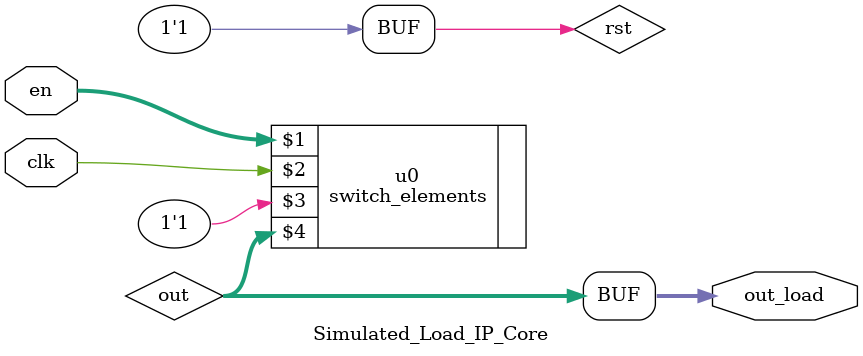
<source format=v>
`timescale 1ns / 1ps



module Simulated_Load_IP_Core(
    input  [31:0] en,
    input clk,
    output [31:0] out_load
    );
    

    parameter NUM_OF_COARSE_MODULES = 9;
    parameter NUM_OF_FINE_MODULES = 9;
    parameter SIZE_PER_COARSE_MODULE = 1000;
    parameter SIZE_PER_FINE_MODULE = 100;
    localparam NUM_OF_MODULES = NUM_OF_COARSE_MODULES + NUM_OF_FINE_MODULES;
    
    //wire [NUM_OF_MODULES:0] output_xor;
    reg [NUM_OF_MODULES:0] output_xor;
    //reg[NUM_OF_COARSE_MODULES:0] out_load = 0;
    
    wire rst = 1;
    wire [31:0]out;
    switch_elements u0(en, clk, rst, out);
    assign out_load = out;
    
    //assign out_load = output_xor[NUM_OF_MODULES];

endmodule


</source>
